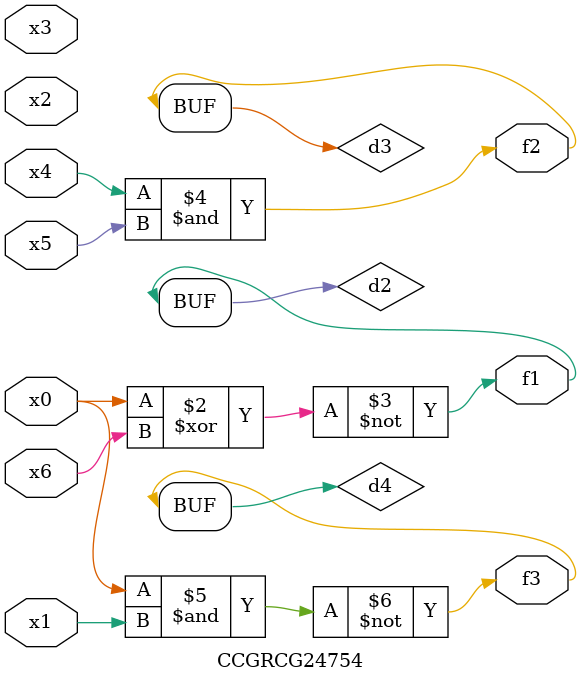
<source format=v>
module CCGRCG24754(
	input x0, x1, x2, x3, x4, x5, x6,
	output f1, f2, f3
);

	wire d1, d2, d3, d4;

	nor (d1, x0);
	xnor (d2, x0, x6);
	and (d3, x4, x5);
	nand (d4, x0, x1);
	assign f1 = d2;
	assign f2 = d3;
	assign f3 = d4;
endmodule

</source>
